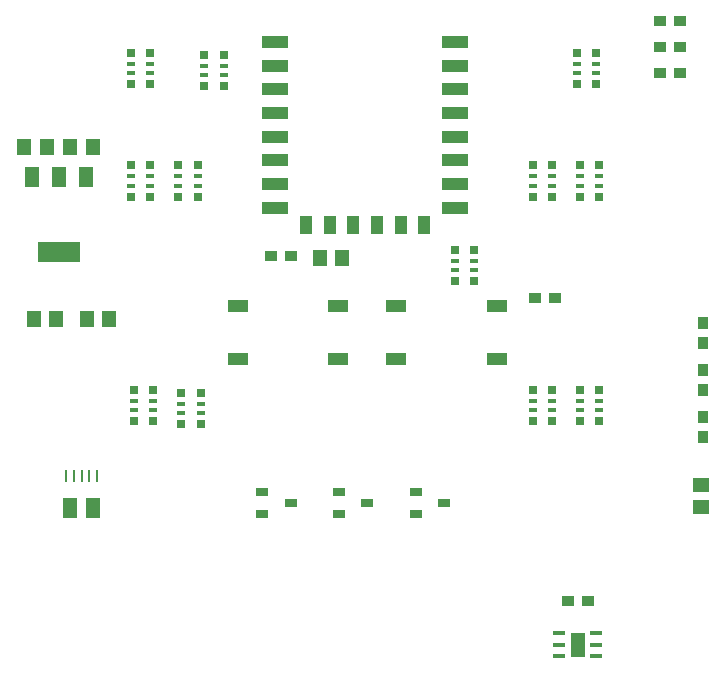
<source format=gtp>
G04 #@! TF.FileFunction,Paste,Top*
%FSLAX46Y46*%
G04 Gerber Fmt 4.6, Leading zero omitted, Abs format (unit mm)*
G04 Created by KiCad (PCBNEW 4.0.7) date 05/23/18 21:21:20*
%MOMM*%
%LPD*%
G01*
G04 APERTURE LIST*
%ADD10C,0.100000*%
%ADD11R,0.800000X0.650000*%
%ADD12R,0.800000X0.400000*%
%ADD13R,3.600000X1.800000*%
%ADD14R,1.300000X1.800000*%
%ADD15R,1.300000X1.700000*%
%ADD16R,0.160000X1.110000*%
%ADD17R,2.300000X1.000000*%
%ADD18R,1.000000X1.600000*%
%ADD19R,1.100000X0.800000*%
%ADD20R,1.800000X1.100000*%
%ADD21R,1.200000X2.100000*%
%ADD22R,1.030000X0.430000*%
%ADD23R,1.000000X0.900000*%
%ADD24R,0.900000X1.000000*%
%ADD25R,1.200000X1.350000*%
%ADD26R,1.350000X1.200000*%
G04 APERTURE END LIST*
D10*
D11*
X86075000Y-84825000D03*
D12*
X86075000Y-83900000D03*
X86075000Y-83100000D03*
D11*
X86075000Y-82175000D03*
X84425000Y-82175000D03*
D12*
X84425000Y-83100000D03*
X84425000Y-83900000D03*
D11*
X84425000Y-84825000D03*
X107575000Y-70075000D03*
D12*
X107575000Y-71000000D03*
X107575000Y-71800000D03*
D11*
X107575000Y-72725000D03*
X109225000Y-72725000D03*
D12*
X109225000Y-71800000D03*
X109225000Y-71000000D03*
D11*
X109225000Y-70075000D03*
D13*
X74100000Y-70250000D03*
D14*
X74100000Y-63950000D03*
X71800000Y-63950000D03*
X76400000Y-63950000D03*
D15*
X77000000Y-91950000D03*
D16*
X75350000Y-89250000D03*
X74700000Y-89250000D03*
X77300000Y-89250000D03*
X76650000Y-89250000D03*
X76000000Y-89250000D03*
D15*
X75000000Y-91950000D03*
D17*
X92400000Y-52500000D03*
X92400000Y-54500000D03*
X92400000Y-56500000D03*
X92400000Y-58500000D03*
X92400000Y-60500000D03*
X92400000Y-62500000D03*
X92400000Y-64500000D03*
X92400000Y-66500000D03*
D18*
X95000000Y-68000000D03*
X97000000Y-68000000D03*
X99000000Y-68000000D03*
X101000000Y-68000000D03*
X103000000Y-68000000D03*
X105000000Y-68000000D03*
D17*
X107600000Y-66500000D03*
X107600000Y-64500000D03*
X107600000Y-62500000D03*
X107600000Y-60500000D03*
X107600000Y-58500000D03*
X107600000Y-56500000D03*
X107600000Y-54500000D03*
X107600000Y-52500000D03*
D19*
X91300000Y-90550000D03*
X91300000Y-92450000D03*
X93700000Y-91500000D03*
X97800000Y-90550000D03*
X97800000Y-92450000D03*
X100200000Y-91500000D03*
X104300000Y-90550000D03*
X104300000Y-92450000D03*
X106700000Y-91500000D03*
D20*
X102650000Y-74850000D03*
X102650000Y-79350000D03*
X111150000Y-79350000D03*
X111150000Y-74850000D03*
X89200000Y-74850000D03*
X89200000Y-79350000D03*
X97700000Y-79350000D03*
X97700000Y-74850000D03*
D21*
X118000000Y-103500000D03*
D22*
X119550000Y-104500000D03*
X119550000Y-103500000D03*
X119550000Y-102500000D03*
X116450000Y-102500000D03*
X116450000Y-103500000D03*
X116450000Y-104500000D03*
D23*
X93750000Y-70600000D03*
X92050000Y-70600000D03*
X114350000Y-74200000D03*
X116050000Y-74200000D03*
X117150000Y-99800000D03*
X118850000Y-99800000D03*
D24*
X128600000Y-85950000D03*
X128600000Y-84250000D03*
D23*
X126650000Y-55100000D03*
X124950000Y-55100000D03*
X126650000Y-52900000D03*
X124950000Y-52900000D03*
X126650000Y-50700000D03*
X124950000Y-50700000D03*
D24*
X128600000Y-77950000D03*
X128600000Y-76250000D03*
X128600000Y-80250000D03*
X128600000Y-81950000D03*
D25*
X71950000Y-75900000D03*
X73850000Y-75900000D03*
X71150000Y-61400000D03*
X73050000Y-61400000D03*
X78350000Y-75900000D03*
X76450000Y-75900000D03*
X75050000Y-61400000D03*
X76950000Y-61400000D03*
X96150000Y-70800000D03*
X98050000Y-70800000D03*
D26*
X128400000Y-91850000D03*
X128400000Y-89950000D03*
D11*
X81825000Y-56075000D03*
D12*
X81825000Y-55150000D03*
X81825000Y-54350000D03*
D11*
X81825000Y-53425000D03*
X80175000Y-53425000D03*
D12*
X80175000Y-54350000D03*
X80175000Y-55150000D03*
D11*
X80175000Y-56075000D03*
X81825000Y-65575000D03*
D12*
X81825000Y-64650000D03*
X81825000Y-63850000D03*
D11*
X81825000Y-62925000D03*
X80175000Y-62925000D03*
D12*
X80175000Y-63850000D03*
X80175000Y-64650000D03*
D11*
X80175000Y-65575000D03*
X85825000Y-65575000D03*
D12*
X85825000Y-64650000D03*
X85825000Y-63850000D03*
D11*
X85825000Y-62925000D03*
X84175000Y-62925000D03*
D12*
X84175000Y-63850000D03*
X84175000Y-64650000D03*
D11*
X84175000Y-65575000D03*
X82075000Y-84575000D03*
D12*
X82075000Y-83650000D03*
X82075000Y-82850000D03*
D11*
X82075000Y-81925000D03*
X80425000Y-81925000D03*
D12*
X80425000Y-82850000D03*
X80425000Y-83650000D03*
D11*
X80425000Y-84575000D03*
X119575000Y-56075000D03*
D12*
X119575000Y-55150000D03*
X119575000Y-54350000D03*
D11*
X119575000Y-53425000D03*
X117925000Y-53425000D03*
D12*
X117925000Y-54350000D03*
X117925000Y-55150000D03*
D11*
X117925000Y-56075000D03*
X115825000Y-65575000D03*
D12*
X115825000Y-64650000D03*
X115825000Y-63850000D03*
D11*
X115825000Y-62925000D03*
X114175000Y-62925000D03*
D12*
X114175000Y-63850000D03*
X114175000Y-64650000D03*
D11*
X114175000Y-65575000D03*
X119825000Y-65575000D03*
D12*
X119825000Y-64650000D03*
X119825000Y-63850000D03*
D11*
X119825000Y-62925000D03*
X118175000Y-62925000D03*
D12*
X118175000Y-63850000D03*
X118175000Y-64650000D03*
D11*
X118175000Y-65575000D03*
X118175000Y-81925000D03*
D12*
X118175000Y-82850000D03*
X118175000Y-83650000D03*
D11*
X118175000Y-84575000D03*
X119825000Y-84575000D03*
D12*
X119825000Y-83650000D03*
X119825000Y-82850000D03*
D11*
X119825000Y-81925000D03*
X114175000Y-81925000D03*
D12*
X114175000Y-82850000D03*
X114175000Y-83650000D03*
D11*
X114175000Y-84575000D03*
X115825000Y-84575000D03*
D12*
X115825000Y-83650000D03*
X115825000Y-82850000D03*
D11*
X115825000Y-81925000D03*
X86375000Y-53575000D03*
D12*
X86375000Y-54500000D03*
X86375000Y-55300000D03*
D11*
X86375000Y-56225000D03*
X88025000Y-56225000D03*
D12*
X88025000Y-55300000D03*
X88025000Y-54500000D03*
D11*
X88025000Y-53575000D03*
M02*

</source>
